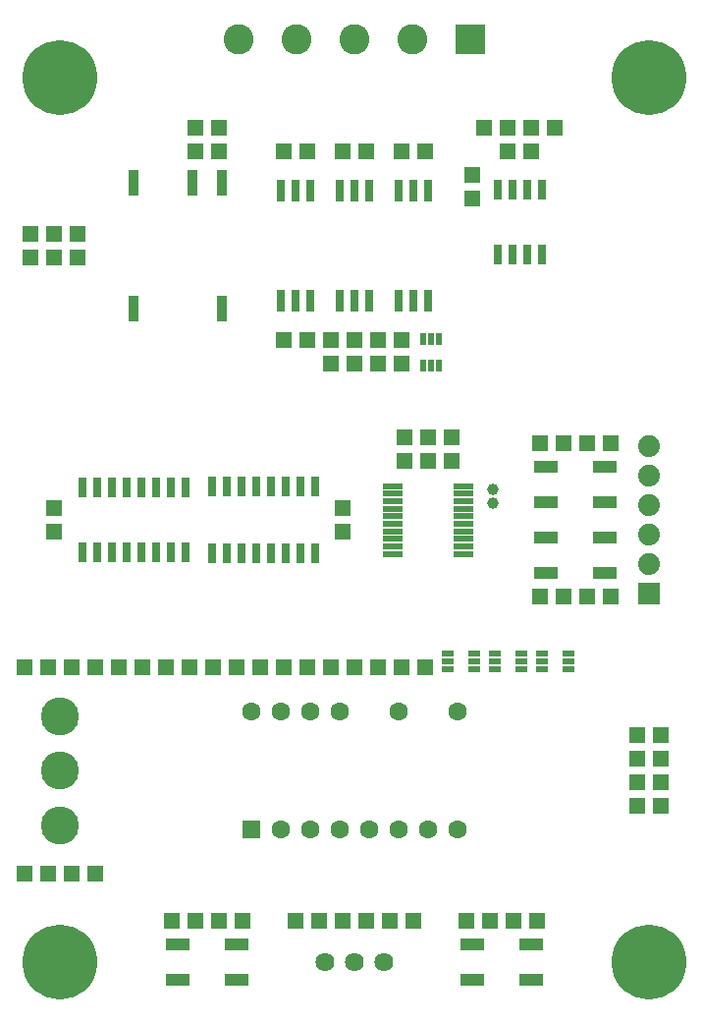
<source format=gts>
G04*
G04 #@! TF.GenerationSoftware,Altium Limited,Altium Designer,22.4.2 (48)*
G04*
G04 Layer_Color=8388736*
%FSLAX25Y25*%
%MOIN*%
G70*
G04*
G04 #@! TF.SameCoordinates,72E6E30A-1C0B-45E9-B78B-765FFEEE1884*
G04*
G04*
G04 #@! TF.FilePolarity,Negative*
G04*
G01*
G75*
%ADD18R,0.08400X0.04400*%
%ADD19R,0.04400X0.02100*%
%ADD20R,0.05400X0.05400*%
%ADD21R,0.05400X0.05400*%
%ADD22R,0.03550X0.08668*%
%ADD23R,0.02762X0.07487*%
%ADD24R,0.02959X0.06896*%
%ADD25R,0.02100X0.04400*%
%ADD26R,0.06700X0.02100*%
%ADD27R,0.10243X0.10243*%
%ADD28C,0.10243*%
%ADD29C,0.12900*%
%ADD30C,0.03900*%
%ADD31C,0.06306*%
%ADD32R,0.06306X0.06306*%
%ADD33C,0.06400*%
%ADD34C,0.07400*%
%ADD35R,0.07400X0.07400*%
%ADD36C,0.25400*%
D18*
X210000Y181000D02*
D03*
X190000D02*
D03*
X210000Y193000D02*
D03*
X190000D02*
D03*
X65000Y31000D02*
D03*
X85000D02*
D03*
X65000Y19000D02*
D03*
X85000D02*
D03*
X185000D02*
D03*
X165000D02*
D03*
X185000Y31000D02*
D03*
X165000D02*
D03*
X210000Y157000D02*
D03*
X190000D02*
D03*
X210000Y169000D02*
D03*
X190000D02*
D03*
D19*
X172500Y129559D02*
D03*
Y127000D02*
D03*
Y124441D02*
D03*
X181500D02*
D03*
Y127000D02*
D03*
Y129559D02*
D03*
X156500D02*
D03*
Y127000D02*
D03*
Y124441D02*
D03*
X165500D02*
D03*
Y127000D02*
D03*
Y129559D02*
D03*
X188500D02*
D03*
Y127000D02*
D03*
Y124441D02*
D03*
X197500D02*
D03*
Y127000D02*
D03*
Y129559D02*
D03*
D20*
X23000Y171000D02*
D03*
Y179000D02*
D03*
X165000Y292000D02*
D03*
Y284000D02*
D03*
X133000Y236000D02*
D03*
Y228000D02*
D03*
X141000Y236000D02*
D03*
Y228000D02*
D03*
X125000D02*
D03*
Y236000D02*
D03*
X117000D02*
D03*
Y228000D02*
D03*
X158000Y203000D02*
D03*
Y195000D02*
D03*
X150000Y203000D02*
D03*
Y195000D02*
D03*
X15000Y272000D02*
D03*
Y264000D02*
D03*
X23000D02*
D03*
Y272000D02*
D03*
X31000Y264000D02*
D03*
Y272000D02*
D03*
X121000Y179000D02*
D03*
Y171000D02*
D03*
X221000Y78000D02*
D03*
Y86000D02*
D03*
X229000Y78000D02*
D03*
Y86000D02*
D03*
X221000Y94000D02*
D03*
Y102000D02*
D03*
X229000Y94000D02*
D03*
Y102000D02*
D03*
X142000Y195000D02*
D03*
Y203000D02*
D03*
D21*
X71000Y308000D02*
D03*
X79000D02*
D03*
X71000Y300000D02*
D03*
X79000D02*
D03*
X141000D02*
D03*
X149000D02*
D03*
X177000Y308000D02*
D03*
X169000D02*
D03*
X185000Y300000D02*
D03*
X177000D02*
D03*
X193000Y308000D02*
D03*
X185000D02*
D03*
X121000Y300000D02*
D03*
X129000D02*
D03*
X109000Y236000D02*
D03*
X101000D02*
D03*
X109000Y300000D02*
D03*
X101000D02*
D03*
X105000Y39000D02*
D03*
X113000D02*
D03*
X37000Y55000D02*
D03*
X29000D02*
D03*
X37000Y125000D02*
D03*
X29000D02*
D03*
X188000Y149000D02*
D03*
X196000D02*
D03*
X163000Y39000D02*
D03*
X171000D02*
D03*
X63000D02*
D03*
X71000D02*
D03*
X188000Y201000D02*
D03*
X196000D02*
D03*
X109000Y125000D02*
D03*
X117000D02*
D03*
X77000D02*
D03*
X85000D02*
D03*
X125000D02*
D03*
X133000D02*
D03*
X61000D02*
D03*
X69000D02*
D03*
X45000D02*
D03*
X53000D02*
D03*
X141000D02*
D03*
X149000D02*
D03*
X93000D02*
D03*
X101000D02*
D03*
X145000Y39000D02*
D03*
X137000D02*
D03*
X121000D02*
D03*
X129000D02*
D03*
X13000Y55000D02*
D03*
X21000D02*
D03*
X13000Y125000D02*
D03*
X21000D02*
D03*
X212000Y149000D02*
D03*
X204000D02*
D03*
X187000Y39000D02*
D03*
X179000D02*
D03*
X87000D02*
D03*
X79000D02*
D03*
X212000Y201000D02*
D03*
X204000D02*
D03*
D22*
X70000Y289358D02*
D03*
X80000D02*
D03*
X50000D02*
D03*
Y246642D02*
D03*
X80000D02*
D03*
D23*
X150000Y286701D02*
D03*
X145000D02*
D03*
X140000D02*
D03*
X145000Y249299D02*
D03*
X150000D02*
D03*
X140000D02*
D03*
X120000D02*
D03*
X130000D02*
D03*
X125000D02*
D03*
X120000Y286701D02*
D03*
X125000D02*
D03*
X130000D02*
D03*
X100000Y249299D02*
D03*
Y286701D02*
D03*
X110000Y249299D02*
D03*
X105000D02*
D03*
Y286701D02*
D03*
X110000D02*
D03*
D24*
X178500Y264878D02*
D03*
X173500D02*
D03*
X183500D02*
D03*
X188500D02*
D03*
Y287122D02*
D03*
X183500D02*
D03*
X178500D02*
D03*
X173500D02*
D03*
X101500Y186319D02*
D03*
X106500D02*
D03*
X96500D02*
D03*
X111500D02*
D03*
X91500D02*
D03*
X86500D02*
D03*
X111500Y163681D02*
D03*
X106500D02*
D03*
X91500D02*
D03*
X86500D02*
D03*
X101500D02*
D03*
X96500D02*
D03*
X81500Y186319D02*
D03*
X76500D02*
D03*
X81500Y163681D02*
D03*
X76500D02*
D03*
X67500Y186122D02*
D03*
X62500D02*
D03*
X57500D02*
D03*
X52500D02*
D03*
X47500D02*
D03*
X42500D02*
D03*
X37500D02*
D03*
X32500D02*
D03*
X67500Y163878D02*
D03*
X62500D02*
D03*
X57500D02*
D03*
X52500D02*
D03*
X47500D02*
D03*
X42500D02*
D03*
X37500D02*
D03*
X32500D02*
D03*
D25*
X148441Y227500D02*
D03*
X151000D02*
D03*
X153559D02*
D03*
Y236500D02*
D03*
X151000D02*
D03*
X148441D02*
D03*
D26*
X138000Y186516D02*
D03*
Y183957D02*
D03*
Y181398D02*
D03*
Y178839D02*
D03*
Y176279D02*
D03*
Y173721D02*
D03*
Y171161D02*
D03*
Y168602D02*
D03*
Y166043D02*
D03*
Y163484D02*
D03*
X162000Y186516D02*
D03*
Y183957D02*
D03*
Y181398D02*
D03*
Y178839D02*
D03*
Y176279D02*
D03*
Y173721D02*
D03*
Y171161D02*
D03*
Y168602D02*
D03*
Y166043D02*
D03*
Y163484D02*
D03*
D27*
X164370Y338000D02*
D03*
D28*
X144685D02*
D03*
X85630D02*
D03*
X105315D02*
D03*
X125000D02*
D03*
D29*
X25000Y108504D02*
D03*
Y90000D02*
D03*
Y71496D02*
D03*
D30*
X172000Y180750D02*
D03*
Y185250D02*
D03*
D31*
X90000Y110000D02*
D03*
X100000D02*
D03*
X110000D02*
D03*
X120000D02*
D03*
X160000D02*
D03*
X140000D02*
D03*
X100000Y70000D02*
D03*
X110000D02*
D03*
X120000D02*
D03*
X130000D02*
D03*
X140000D02*
D03*
X150000D02*
D03*
X160000D02*
D03*
D32*
X90000D02*
D03*
D33*
X135000Y25000D02*
D03*
X125000D02*
D03*
X115000D02*
D03*
D34*
X225000Y200000D02*
D03*
Y190000D02*
D03*
Y180000D02*
D03*
Y170000D02*
D03*
Y160000D02*
D03*
D35*
Y150000D02*
D03*
D36*
X25000Y25000D02*
D03*
X225000D02*
D03*
Y325000D02*
D03*
X25000D02*
D03*
M02*

</source>
